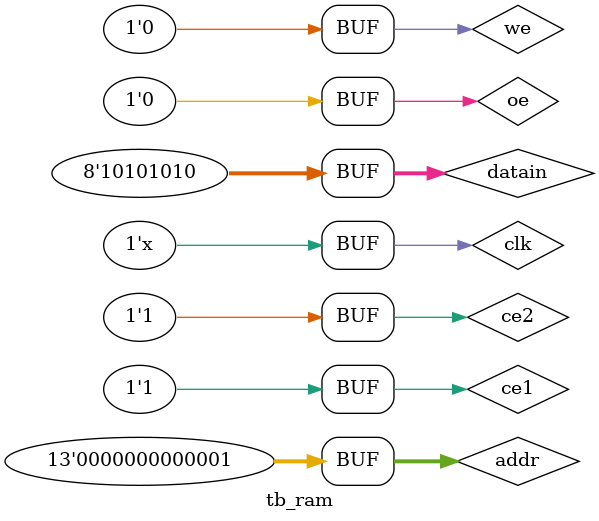
<source format=v>
module tb_ram;

    // Inputs
    reg clk = 0;
    reg ce1;
    reg ce2;
    reg we;
    reg oe;
    reg [12:0] addr;
    reg [7:0] datain;
    
    // Outputs
    wire [7:0] dataout;
    
    // Instantiate RAM module
    ram dut (
        .clk(clk),
        .ce1(ce1),
        .ce2(ce2),
        .we(we),
        .oe(oe),
        .addr(addr),
        .datain(datain),
        .dataout(dataout)
    );
    
    // Clock generation
    always #5 clk = ~clk;
    
    // Initial stimulus
    initial begin
        // $dumpfile("tb_ram.vcd");
        // $dumpvars(0, tb_ram);
        // $display("Start simulation...");
        clk = 0;
        ce1 = 0;
        ce2 = 0;
        we = 0;
        oe = 0;
        addr = 0;
        datain = 0;
        #10 ce1 = 1; // Enable CE1
        #20 ce2 = 1; // Enable CE2
        #30 we = 1; // Write data
        #40 we = 0; // Disable write
        #50 oe = 1; // Read data
        #60 oe = 0;
        #60 addr = 1; // Change address
        #70 datain = 8'hAA; // Change data input
        #80 we = 1; // Write data again
        #90 we = 0; // Disable write
        #100 oe = 1;
        #100 oe = 0;
       // #100 $finish; // End simulation
    end
endmodule
</source>
